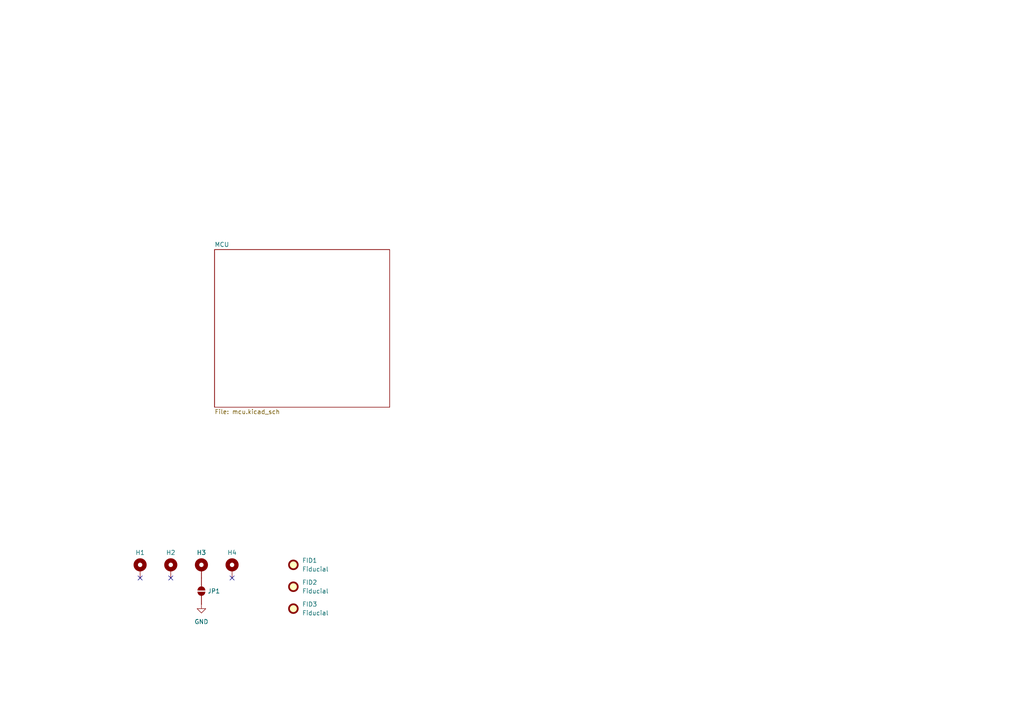
<source format=kicad_sch>
(kicad_sch (version 20250114) (generator "eeschema") (generator_version "9.0")
  (paper "A4")
  (lib_symbols
    (symbol "Jumper:SolderJumper_2_Open" (pin_numbers (hide yes)) (pin_names (offset 0) (hide yes)) (exclude_from_sim yes) (in_bom no)
      (property "Reference" "JP" (at 0 2.032 0))
      (property "Value" "SolderJumper_2_Open" (at 0 -2.54 0))
      (symbol "SolderJumper_2_Open_0_1"
        (polyline (pts (xy -0.254 1.016) (xy -0.254 -1.016)))
        (arc (start -0.254 -1.016) (mid -1.2656 0) (end -0.254 1.016))
        (arc (start -0.254 -1.016) (mid -1.2656 0) (end -0.254 1.016) (fill (type outline)))
        (arc (start 0.254 1.016) (mid 1.2656 0) (end 0.254 -1.016))
        (arc (start 0.254 1.016) (mid 1.2656 0) (end 0.254 -1.016) (fill (type outline)))
        (polyline (pts (xy 0.254 1.016) (xy 0.254 -1.016)))
      )
      (symbol "SolderJumper_2_Open_1_1"
        (pin passive line (at -3.81 0 0) (length 2.54) (name "A") (number "1"))
        (pin passive line (at 3.81 0 180) (length 2.54) (name "B") (number "2"))
      )
    )
    (symbol "Mechanical:Fiducial" (in_bom no)
      (property "Reference" "FID" (at 0 5.08 0))
      (property "Value" "Fiducial" (at 0 3.175 0))
      (symbol "Fiducial_0_1"
        (circle (center 0 0) (radius 1.27) (stroke (width 0.508)) (fill (type background)))
      )
    )
    (symbol "Mechanical:MountingHole_Pad" (pin_numbers (hide yes)) (pin_names (offset 1.016) (hide yes)) (exclude_from_sim yes) (in_bom no)
      (property "Reference" "H" (at 0 6.35 0))
      (property "Value" "MountingHole_Pad" (at 0 4.445 0))
      (symbol "MountingHole_Pad_0_1"
        (circle (center 0 1.27) (radius 1.27) (stroke (width 1.27)))
      )
      (symbol "MountingHole_Pad_1_1"
        (pin input line (at 0 -2.54 90) (length 2.54) (name "1") (number "1"))
      )
    )
    (symbol "power:GND" (power) (pin_numbers (hide yes)) (pin_names (offset 0) (hide yes))
      (property "Value" "GND" (at 0 -3.81 0))
      (symbol "GND_0_1"
        (polyline (pts (xy 0 0) (xy 0 -1.27) (xy 1.27 -1.27) (xy 0 -2.54) (xy -1.27 -1.27) (xy 0 -1.27)))
      )
      (symbol "GND_1_1"
        (pin power_in line (at 0 0 270) (length 0) (name "~") (number "1"))
      )
    )
  )
  (no_connect (at 40.64 167.64))
  (no_connect (at 67.31 167.64))
  (no_connect (at 49.53 167.64))
  (symbol (lib_id "Mechanical:MountingHole_Pad") (at 58.42 165.1 0) (unit 1) (exclude_from_sim yes) (in_bom no)
    (property "Reference" "H3" (at 58.42 160.274 0))
    (property "Value" "MountingHole" (effects (hide yes)))
    (property "Footprint" "MountingHole:MountingHole_3.2mm_M3_Pad_Via" (effects (hide yes)))
    (property "Description" "Mounting Hole without connection" (effects (hide yes)))
  )
  (symbol (lib_id "Mechanical:Fiducial") (at 85.09 163.83 0) (unit 1) (in_bom no)
    (property "Reference" "FID1" (at 87.63 162.5599 0) (effects (justify left)))
    (property "Value" "Fiducial" (at 87.63 165.0999 0) (effects (justify left)))
    (property "Footprint" "Fiducial:Fiducial_1mm_Mask2mm" (effects (hide yes)))
    (property "Description" "Fiducial Marker" (effects (hide yes)))
  )
  (symbol (lib_id "Mechanical:MountingHole_Pad") (at 49.53 165.1 0) (unit 1) (exclude_from_sim yes) (in_bom no)
    (property "Reference" "H2" (at 49.53 160.274 0))
    (property "Value" "MountingHole" (effects (hide yes)))
    (property "Footprint" "MountingHole:MountingHole_3.2mm_M3_Pad_Via" (effects (hide yes)))
    (property "Description" "Mounting Hole without connection" (effects (hide yes)))
  )
  (symbol (lib_id "Jumper:SolderJumper_2_Open") (at 58.42 171.45 90) (unit 1) (exclude_from_sim yes) (in_bom no)
    (property "Reference" "JP1" (at 60.198 171.45 90) (effects (justify right)))
    (property "Value" "SolderJumper_2_Open" (effects (hide yes)))
    (property "Footprint" "Jumper:SolderJumper-2_P1.3mm_Open_RoundedPad1.0x1.5mm" (effects (hide yes)))
    (property "Description" "Solder Jumper, 2-pole, open" (effects (hide yes)))
  )
  (symbol (lib_id "Mechanical:Fiducial") (at 85.09 176.53 0) (unit 1) (in_bom no)
    (property "Reference" "FID3" (at 87.63 175.2599 0) (effects (justify left)))
    (property "Value" "Fiducial" (at 87.63 177.7999 0) (effects (justify left)))
    (property "Footprint" "Fiducial:Fiducial_1mm_Mask2mm" (effects (hide yes)))
    (property "Description" "Fiducial Marker" (effects (hide yes)))
  )
  (symbol (lib_id "Mechanical:Fiducial") (at 85.09 170.18 0) (unit 1) (in_bom no)
    (property "Reference" "FID2" (at 87.63 168.9099 0) (effects (justify left)))
    (property "Value" "Fiducial" (at 87.63 171.4499 0) (effects (justify left)))
    (property "Footprint" "Fiducial:Fiducial_1mm_Mask2mm" (effects (hide yes)))
    (property "Description" "Fiducial Marker" (effects (hide yes)))
  )
  (symbol (lib_id "Mechanical:MountingHole_Pad") (at 67.31 165.1 0) (unit 1) (exclude_from_sim yes) (in_bom no)
    (property "Reference" "H4" (at 67.31 160.274 0))
    (property "Value" "MountingHole" (effects (hide yes)))
    (property "Footprint" "MountingHole:MountingHole_3.2mm_M3_Pad_Via" (effects (hide yes)))
    (property "Description" "Mounting Hole without connection" (effects (hide yes)))
  )
  (symbol (lib_id "power:GND") (at 58.42 175.26 0) (unit 1)
    (property "Reference" "#PWR01" (effects (hide yes)))
    (property "Value" "GND" (at 58.42 180.34 0))
    (property "Description" "Power symbol creates a global label with name \"GND\" , ground" (effects (hide yes)))
  )
  (symbol (lib_id "Mechanical:MountingHole_Pad") (at 40.64 165.1 0) (unit 1) (exclude_from_sim yes) (in_bom no)
    (property "Reference" "H1" (at 40.64 160.274 0))
    (property "Value" "MountingHole" (effects (hide yes)))
    (property "Footprint" "MountingHole:MountingHole_3.2mm_M3_Pad_Via" (effects (hide yes)))
    (property "Description" "Mounting Hole without connection" (effects (hide yes)))
  )
  (sheet (at 62.23 72.39) (size 50.8 45.72) (stroke (width 0.1524))
    (property "Sheetname" "MCU" (at 62.23 71.6784 0) (effects (justify left bottom)))
    (property "Sheetfile" "mcu.kicad_sch" (at 62.23 118.6946 0) (effects (justify left top)))
  )
)
</source>
